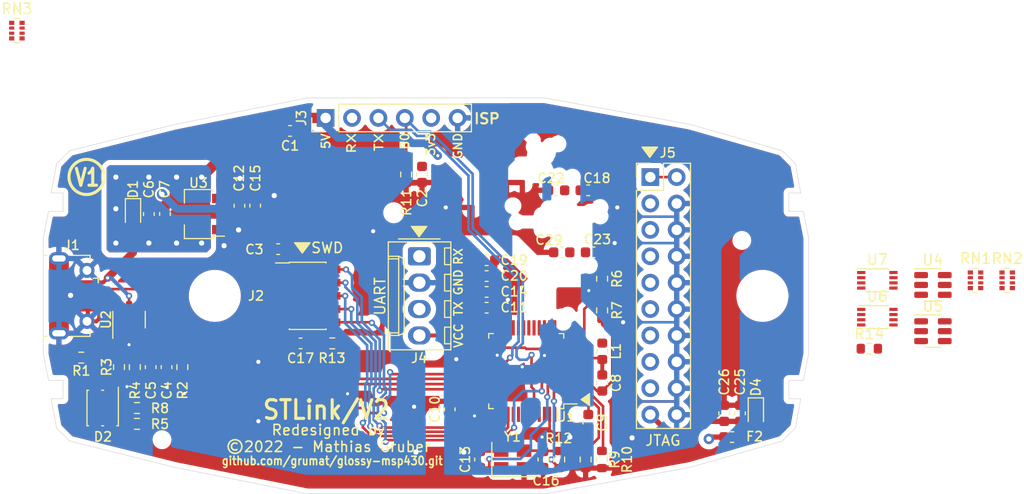
<source format=kicad_pcb>
(kicad_pcb (version 20211014) (generator pcbnew)
  (layers (0 "F.Cu" signal) (31 "B.Cu" signal) (35 "F.Paste" user) (37 "F.SilkS" user "F.Silkscreen") (38 "B.Mask" user) (39 "F.Mask" user) (44 "Edge.Cuts" user))
  (net 0 "")
  (net 1 "GND")
  (net 2 "+5V")
  (net 3 "+3V3")
  (net 4 "VBUS")
  (net 5 "/T3V3")
  (net 6 "Net-(J1-Pad4)")
  (net 7 "/NRST")
  (net 8 "/STM_NRST")
  (net 9 "Net-(C16-Pad1)")
  (net 10 "/SWO")
  (net 11 "/VREF2")
  (net 12 "/STM_TMS")
  (net 13 "/STM_TCK")
  (net 14 "/STM_TDO")
  (net 15 "/STM_TDI")
  (net 16 "Net-(D2-Pad1)")
  (net 17 "Net-(D2-Pad4)")
  (net 18 "Net-(R9-Pad2)")
  (net 19 "Net-(R10-Pad2)")
  (net 22 "/LED")
  (net 27 "GNDA")
  (net 28 "/OSC_IN")
  (net 29 "/OSC_OUT")
  (net 30 "/BOOT0")
  (net 33 "+3.3VA")
  (net 34 "/E_USB-")
  (net 35 "/E_USB+")
  (net 36 "/USB+")
  (net 37 "/USB-")
  (net 38 "/RXD")
  (net 41 "/TDO_SWO")
  (net 47 "VCC")
  (net 50 "/TTXD")
  (net 51 "/TRXD")
  (net 52 "/TCK_SWCLK")
  (net 53 "/TDI")
  (net 54 "/TRST")
  (net 55 "/TMS_SWDIO")
  (net 56 "/T_RXD")
  (net 57 "/T_TXD")
  (net 58 "/T_VCC")
  (net 59 "/T_TRST")
  (net 60 "/T_TDI")
  (net 61 "/T_TMS_SWDIO")
  (net 62 "/T_TCK_SWCLK")
  (net 63 "/T_TDO_SWO")
  (net 64 "/T_NRST")
  (net 65 "/TDO")
  (net 66 "/TMS")
  (footprint "Capacitor_SMD:C_0603_1608Metric" (layer "F.Cu") (at 75.2094 61.963 90)
    (fp_text reference "C7")
    (fp_text value "10uF")
  )
  (footprint "Capacitor_SMD:C_0603_1608Metric" (layer "F.Cu") (at 82.375 61.175 90)
    (fp_text reference "C12")
    (fp_text value "10uF")
  )
  (footprint "Connector_PinHeader_1.27mm:PinHeader_2x05_P1.27mm_Vertical_SMD" (layer "F.Cu") (at 88.945 69.85)
    (fp_text reference "J2")
    (fp_text value "SWD")
  )
  (footprint "Resistor_SMD:R_0603_1608Metric" (layer "F.Cu") (at 67.1576 75.7936)
    (fp_text reference "R1")
    (fp_text value "100K")
  )
  (footprint "Resistor_SMD:R_0603_1608Metric" (layer "F.Cu") (at 70.7898 76.708 -90)
    (fp_text reference "R3")
    (fp_text value "1K5")
  )
  (footprint "Resistor_SMD:R_0603_1608Metric" (layer "F.Cu") (at 72.3138 76.708 90)
    (fp_text reference "R4")
    (fp_text value "22")
  )
  (footprint "Resistor_SMD:R_0603_1608Metric" (layer "F.Cu") (at 76.8858 76.708 -90)
    (fp_text reference "R2")
    (fp_text value "22")
  )
  (footprint "Resistor_SMD:R_0603_1608Metric" (layer "F.Cu") (at 117.285 71.247 -90)
    (fp_text reference "R7")
    (fp_text value "4k7")
  )
  (footprint "Resistor_SMD:R_0603_1608Metric" (layer "F.Cu") (at 117.285 68.199 -90)
    (fp_text reference "R6")
    (fp_text value "4k7")
  )
  (footprint "Capacitor_SMD:C_0603_1608Metric" (layer "F.Cu") (at 73.66 61.976 90)
    (fp_text reference "C6")
    (fp_text value "100nF")
  )
  (footprint "Capacitor_SMD:C_0603_1608Metric" (layer "F.Cu") (at 117.2972 78.232 90)
    (fp_text reference "C8")
    (fp_text value "470nF")
  )
  (footprint "Capacitor_SMD:C_0603_1608Metric" (layer "F.Cu") (at 115.951 82.042 -90)
    (fp_text reference "C9")
    (fp_text value "100nF")
  )
  (footprint "Capacitor_SMD:C_0603_1608Metric" (layer "F.Cu") (at 102.616 80.772 90)
    (fp_text reference "C10")
    (fp_text value "100nF")
  )
  (footprint "Capacitor_SMD:C_0603_1608Metric" (layer "F.Cu") (at 106.172 70.993)
    (fp_text reference "C11")
    (fp_text value "100nF")
  )
  (footprint "Capacitor_SMD:C_0603_1608Metric" (layer "F.Cu") (at 106.172 69.469)
    (fp_text reference "C14")
    (fp_text value "10uF")
  )
  (footprint "MountingHole:MountingHole_4mm" (layer "F.Cu") (at 80.01 69.85)
    (fp_text reference "H1" hide)
    (fp_text value "MountingHole")
  )
  (footprint "MountingHole:MountingHole_4mm" (layer "F.Cu") (at 132.715 69.85)
    (fp_text reference "H2" hide)
    (fp_text value "MountingHole")
  )
  (footprint "Resistor_SMD:R_0603_1608Metric" (layer "F.Cu") (at 91.313 74.422)
    (fp_text reference "R13")
    (fp_text value "100K")
  )
  (footprint "Connector_PinHeader_2.54mm:PinHeader_1x06_P2.54mm_Vertical" (layer "F.Cu") (at 90.675 52.725 90)
    (fp_text reference "J3")
    (fp_text value "ISP")
  )
  (footprint "Capacitor_SMD:C_0603_1608Metric" (layer "F.Cu") (at 86.106 65.3542 180)
    (fp_text reference "C3")
    (fp_text value "100nF")
  )
  (footprint "Inductor_SMD:L_0603_1608Metric" (layer "F.Cu") (at 117.2972 75.184 -90)
    (fp_text reference "L1")
    (fp_text value "1k8")
  )
  (footprint "Package_TO_SOT_SMD:SOT-89-3" (layer "F.Cu") (at 78.74 61.975 180)
    (fp_text reference "U3")
    (fp_text value "HT7833")
  )
  (footprint "Capacitor_SMD:C_0603_1608Metric" (layer "F.Cu") (at 83.8962 61.1632 90)
    (fp_text reference "C15")
    (fp_text value "100nF")
  )
  (footprint "NetTie:NetTie-2_SMD_Pad0.5mm" (layer "F.Cu") (at 119.253 78.6892 -90)
    (fp_text reference "NT1" hide)
    (fp_text value "0" hide)
  )
  (footprint "Diode_SMD:D_0603_1608Metric" (layer "F.Cu") (at 72.136 61.976 -90)
    (fp_text reference "D1")
    (fp_text value "CDBURT0530LL")
  )
  (footprint "Capacitor_SMD:C_0603_1608Metric" (layer "F.Cu") (at 88.265 74.422 180)
    (fp_text reference "C17")
    (fp_text value "100nF")
  )
  (footprint "lib:USB_Micro-B_Molex-105017-0001-handsolder" (layer "F.Cu") (at 66.2447 69.85 -90)
    (fp_text reference "J1")
    (fp_text value "USB_B_Micro")
  )
  (footprint "Package_QFP:LQFP-48_7x7mm_P0.5mm" (layer "F.Cu") (at 109.982 77.089 180)
    (fp_text reference "U1")
    (fp_text value "STM32F103CBT6")
  )
  (footprint "Capacitor_SMD:C_0603_1608Metric" (layer "F.Cu") (at 99.949 58.166 -90)
    (fp_text reference "C2")
    (fp_text value "100nF")
  )
  (footprint "Resistor_SMD:R_0603_1608Metric" (layer "F.Cu") (at 113.157 85.598 -90)
    (fp_text reference "R12")
    (fp_text value "2k")
  )
  (footprint "Capacitor_SMD:C_0603_1608Metric" (layer "F.Cu") (at 105.537 85.598 90)
    (fp_text reference "C13")
    (fp_text value "20pF")
  )
  (footprint "Capacitor_SMD:C_0603_1608Metric" (layer "F.Cu") (at 111.633 85.598 -90)
    (fp_text reference "C16")
    (fp_text value "20pF")
  )
  (footprint "Crystal:Crystal_SMD_3225-4Pin_3.2x2.5mm" (layer "F.Cu") (at 108.669 85.598)
    (fp_text reference "Y1")
    (fp_text value "8MHz")
  )
  (footprint "Capacitor_SMD:C_0603_1608Metric" (layer "F.Cu") (at 73.8378 76.708 -90)
    (fp_text reference "C5")
    (fp_text value "12pF")
  )
  (footprint "Capacitor_SMD:C_0603_1608Metric" (layer "F.Cu") (at 75.3618 76.708 -90)
    (fp_text reference "C4")
    (fp_text value "12pF")
  )
  (footprint "Capacitor_SMD:C_0603_1608Metric" (layer "F.Cu") (at 87.249 53.975 180)
    (fp_text reference "C1")
    (fp_text value "100nF")
  )
  (footprint "Resistor_SMD:R_0603_1608Metric" (layer "F.Cu") (at 98.425 58.166 90)
    (fp_text reference "R11")
    (fp_text value "100K")
  )
  (footprint "Capacitor_SMD:C_0603_1608Metric" (layer "F.Cu") (at 116.459 65.659)
    (fp_text reference "C23")
    (fp_text value "100nF")
  )
  (footprint "Resistor_SMD:R_0603_1608Metric" (layer "F.Cu") (at 72.517 82.169 180)
    (fp_text reference "R5")
    (fp_text value "330")
  )
  (footprint "Capacitor_SMD:C_0603_1608Metric" (layer "F.Cu") (at 113.398 65.659)
    (fp_text reference "C29")
    (fp_text value "100nF")
  )
  (footprint "Capacitor_SMD:C_0603_1608Metric" (layer "F.Cu") (at 106.172 66.421)
    (fp_text reference "C19")
    (fp_text value "10uF")
  )
  (footprint "Resistor_SMD:R_0603_1608Metric" (layer "F.Cu") (at 143.002 74.93)
    (fp_text reference "R14")
    (fp_text value "10")
  )
  (footprint "Resistor_SMD:R_0603_1608Metric" (layer "F.Cu") (at 115.697 85.598 90)
    (fp_text reference "R9")
    (fp_text value "N/A")
  )
  (footprint "Resistor_SMD:R_0603_1608Metric" (layer "F.Cu") (at 72.517 80.645)
    (fp_text reference "R8")
    (fp_text value "330")
  )
  (footprint "Capacitor_SMD:C_0603_1608Metric" (layer "F.Cu") (at 130.556 81.153 -90)
    (fp_text reference "C25")
    (fp_text value "10uF")
  )
  (footprint "Connector_Molex:Molex_KK-254_AE-6410-04A_1x04_P2.54mm_Vertical" (layer "F.Cu") (at 99.695 66.04 -90)
    (fp_text reference "J4")
    (fp_text value "RS232")
  )
  (footprint "Resistor_SMD:R_Array_Convex_4x0402" (layer "F.Cu") (at 156.272 68.35)
    (fp_text reference "RN2")
    (fp_text value "22")
  )
  (footprint "Package_SO:VSSOP-8_2.3x2mm_P0.5mm" (layer "F.Cu") (at 143.772 71.9)
    (fp_text reference "U6")
    (fp_text value "74AVCH2T45DC,125")
  )
  (footprint "Capacitor_SMD:C_0603_1608Metric" (layer "F.Cu") (at 115.951 59.69)
    (fp_text reference "C18")
    (fp_text value "100nF")
  )
  (footprint "Package_SO:VSSOP-8_2.3x2mm_P0.5mm" (layer "F.Cu") (at 143.772 68.35)
    (fp_text reference "U7")
    (fp_text value "74AVCH2T45DC,125")
  )
  (footprint "Capacitor_SMD:C_0603_1608Metric" (layer "F.Cu") (at 129.032 81.153 90)
    (fp_text reference "C26")
    (fp_text value "100nF")
  )
  (footprint "Connector_PinHeader_2.54mm:PinHeader_2x10_P2.54mm_Vertical" (layer "F.Cu") (at 121.92 58.42)
    (fp_text reference "J5")
    (fp_text value "JTAG")
  )
  (footprint "Capacitor_SMD:C_0603_1608Metric" (layer "F.Cu") (at 106.172 67.945)
    (fp_text reference "C20")
    (fp_text value "100nF")
  )
  (footprint "Package_TO_SOT_SMD:SOT-23-6" (layer "F.Cu") (at 149.122 68.8)
    (fp_text reference "U4")
    (fp_text value "SRV05-4")
  )
  (footprint "Package_TO_SOT_SMD:SOT-23-6" (layer "F.Cu") (at 71.755 72.136 90)
    (fp_text reference "U2")
    (fp_text value "SRV05-4")
  )
  (footprint "Capacitor_SMD:C_0603_1608Metric" (layer "F.Cu") (at 112.903 59.69)
    (fp_text reference "C22")
    (fp_text value "100nF")
  )
  (footprint "Resistor_SMD:R_Array_Convex_4x0402" (layer "F.Cu") (at 60.96 44.323)
    (fp_text reference "RN3")
    (fp_text value "10k")
  )
  (footprint "Resistor_SMD:R_Array_Convex_4x0402" (layer "F.Cu") (at 153.222 68.35)
    (fp_text reference "RN1")
    (fp_text value "22")
  )
  (footprint "Diode_SMD:D_0603_1608Metric" (layer "F.Cu") (at 132.08 81.153 -90)
    (fp_text reference "D4")
    (fp_text value "82356050050")
  )
  (footprint "Package_TO_SOT_SMD:SOT-23-6" (layer "F.Cu") (at 149.122 73.25)
    (fp_text reference "U5")
    (fp_text value "SRV05-4")
  )
  (footprint "LED_SMD:LED_Kingbright_AAA3528ESGCT" (layer "F.Cu") (at 69.215 80.645 -90)
    (fp_text reference "D2")
    (fp_text value "150141RV731")
  )
  (footprint "Resistor_SMD:R_0603_1608Metric" (layer "F.Cu") (at 117.264 85.598 90)
    (fp_text reference "R10")
    (fp_text value "10K")
  )
  (footprint "Fuse:Fuse_0603_1608Metric" (layer "F.Cu") (at 129.794 83.439 180)
    (fp_text reference "F2")
    (fp_text value "Polyfuse")
  )
  (gr_poly (pts (xy 88.4304 65.7472) (xy 87.6684 64.7312) (xy 89.1924 64.7312)) (layer "F.SilkS") (width 0.1) (fill solid))
  (gr_poly (pts (xy 121.8692 56.5404) (xy 121.1072 55.5244) (xy 122.6312 55.5244)) (layer "F.SilkS") (width 0.1) (fill solid))
  (gr_poly (pts (xy 115.248 79.828) (xy 116.078 79.248) (xy 116.078 80.408)) (layer "F.SilkS") (width 0.1) (fill solid))
  (gr_circle (center 67.6656 58.404508) (end 69.357492 58.404508) (layer "F.SilkS") (width 0.3) (fill none))
  (gr_poly (pts (xy 99.67 64.175) (xy 98.908 63.159) (xy 100.432 63.159)) (layer "F.SilkS") (width 0.1) (fill solid))
  (gr_line (start 63.5 75.438) (end 63.5 64.262) (layer "Edge.Cuts") (width 0.05))
  (gr_line (start 125.73 53.34) (end 111.76 50.8) (layer "Edge.Cuts") (width 0.05))
  (gr_line (start 63.5 64.262) (end 64.008 61.722) (layer "Edge.Cuts") (width 0.05))
  (gr_line (start 64.008 77.978) (end 63.5 75.438) (layer "Edge.Cuts") (width 0.05))
  (gr_line (start 111.76 88.9) (end 125.73 86.36) (layer "Edge.Cuts") (width 0.05))
  (gr_line (start 88.9 88.9) (end 76.2 86.36) (layer "Edge.Cuts") (width 0.05))
  (gr_line (start 134.62 55.88) (end 125.73 53.34) (layer "Edge.Cuts") (width 0.05))
  (gr_line (start 125.73 86.36) (end 134.62 83.82) (layer "Edge.Cuts") (width 0.05))
  (gr_line (start 66.04 83.82) (end 64.77 82.55) (layer "Edge.Cuts") (width 0.05))
  (gr_line (start 134.62 83.82) (end 135.89 82.55) (layer "Edge.Cuts") (width 0.05))
  (gr_line (start 135.89 57.15) (end 134.62 55.88) (layer "Edge.Cuts") (width 0.05))
  (gr_line (start 66.04 55.88) (end 76.2 53.34) (layer "Edge.Cuts") (width 0.05))
  (gr_line (start 136.398 79.756) (end 135.89 82.55) (layer "Edge.Cuts") (width 0.05))
  (gr_line (start 64.262 59.944) (end 64.77 57.15) (layer "Edge.Cuts") (width 0.05))
  (gr_line (start 64.262 79.756) (end 64.77 82.55) (layer "Edge.Cuts") (width 0.05))
  (gr_line (start 135.89 57.15) (end 136.398 59.944) (layer "Edge.Cuts") (width 0.05))
  (gr_line (start 111.76 88.9) (end 88.9 88.9) (layer "Edge.Cuts") (width 0.05))
  (gr_line (start 64.77 57.15) (end 66.04 55.88) (layer "Edge.Cuts") (width 0.05))
  (gr_line (start 135.255 77.978) (end 135.255 79.756) (layer "Edge.Cuts") (width 0.05))
  (gr_line (start 137.16 64.262) (end 136.652 61.722) (layer "Edge.Cuts") (width 0.05))
  (gr_line (start 64.008 77.978) (end 65.405 77.978) (layer "Edge.Cuts") (width 0.05))
  (gr_line (start 136.652 61.722) (end 135.255 61.722) (layer "Edge.Cuts") (width 0.05))
  (gr_line (start 88.9 50.8) (end 76.2 53.34) (layer "Edge.Cuts") (width 0.05))
  (gr_line (start 65.405 61.722) (end 65.405 59.944) (layer "Edge.Cuts") (width 0.05))
  (gr_line (start 64.008 61.722) (end 65.405 61.722) (layer "Edge.Cuts") (width 0.05))
  (gr_line (start 135.255 61.722) (end 135.255 59.944) (layer "Edge.Cuts") (width 0.05))
  (gr_line (start 88.9 50.8) (end 111.76 50.8) (layer "Edge.Cuts") (width 0.05))
  (gr_line (start 136.652 77.978) (end 135.255 77.978) (layer "Edge.Cuts") (width 0.05))
  (gr_line (start 137.16 64.262) (end 137.16 75.438) (layer "Edge.Cuts") (width 0.05))
  (gr_line (start 65.405 79.756) (end 64.262 79.756) (layer "Edge.Cuts") (width 0.05))
  (gr_line (start 135.255 59.944) (end 136.398 59.944) (layer "Edge.Cuts") (width 0.05))
  (gr_line (start 65.405 59.944) (end 64.262 59.944) (layer "Edge.Cuts") (width 0.05))
  (gr_line (start 136.652 77.978) (end 137.16 75.438) (layer "Edge.Cuts") (width 0.05))
  (gr_line (start 76.2 86.36) (end 66.04 83.82) (layer "Edge.Cuts") (width 0.05))
  (gr_line (start 135.255 79.756) (end 136.398 79.756) (layer "Edge.Cuts") (width 0.05))
  (gr_line (start 65.405 77.978) (end 65.405 79.756) (layer "Edge.Cuts") (width 0.05))
  (gr_text "B0" (at 98.298 54.9656 90) (layer "F.SilkS") (effects (font (size 0.8128 0.8128) (thickness 0.1524))))
  (gr_text "3v3" (at 100.7872 55.2704 90) (layer "F.SilkS") (effects (font (size 0.8128 0.8128) (thickness 0.1524))))
  (gr_text "GND" (at 103.4 55.4228 90) (layer "F.SilkS") (effects (font (size 0.8128 0.8128) (thickness 0.1524))))
  (gr_text "RX" (at 93.1672 55.1688 90) (layer "F.SilkS") (effects (font (size 0.8128 1) (thickness 0.1524))))
  (gr_text "JTAG" (at 123.1392 83.7692) (layer "F.SilkS") (effects (font (size 1 1))))
  (gr_text "SWD" (at 90.8304 65.2272) (layer "F.SilkS") (effects (font (size 1 1))))
  (gr_text "UART" (at 95.9104 69.9008 90) (layer "F.SilkS") (effects (font (size 1 1))))
  (gr_text "STLink/V2" (at 84.4804 80.8228) (layer "F.SilkS") (effects (font (size 1.8 1.6) (thickness 0.3)) (justify left)))
  (gr_text "Redesigned by\n©2022 - Mathias Gruber" (at 90.932 83.566) (layer "F.SilkS") (effects (font (size 1 1))))
  (gr_text "RX" (at 103.44 66.06 90) (layer "F.SilkS") (effects (font (size 0.8128 0.8128) (thickness 0.1524))))
  (gr_text "GND" (at 103.44 68.54 90) (layer "F.SilkS") (effects (font (size 0.8128 0.8128) (thickness 0.1524))))
  (gr_text "TX" (at 103.45 71.09 90) (layer "F.SilkS") (effects (font (size 0.8128 0.8128) (thickness 0.1524))))
  (gr_text "VCC" (at 103.46 73.68 90) (layer "F.SilkS") (effects (font (size 0.8128 0.8128) (thickness 0.1524))))
  (gr_text "V1" (at 67.7156 58.462616) (layer "F.SilkS") (effects (font (size 1.6256 1.27) (thickness 0.3))))
  (gr_text "github.com/grumat/glossy-msp430.git" (at 91.313 85.725) (layer "F.SilkS") (effects (font (size 0.8128 0.7112) (thickness 0.1524))))
  (gr_text "5V" (at 90.7 54.9656 90) (layer "F.SilkS") (effects (font (size 0.8128 0.8128) (thickness 0.1524))))
  (gr_text "ISP" (at 106.2 52.8) (layer "F.SilkS") (effects (font (size 1 1) (thickness 0.2))))
  (gr_text "TX" (at 95.8 55.0672 90) (layer "F.SilkS") (effects (font (size 0.8128 1) (thickness 0.1524))))
  (segment (start 107.494 84.823) (end 107.569 84.748) (width 0.254) (layer "F.Cu") (net 1))
  (segment (start 68.6192 72.3) (end 67.7072 72.3) (width 0.381) (layer "F.Cu") (net 1))
  (segment (start 68.7116 71.15) (end 68.8848 71.3232) (width 0.381) (layer "F.Cu") (net 1))
  (segment (start 75.2094 61.188) (end 73.673 61.188) (width 0.508) (layer "F.Cu") (net 1))
  (segment (start 112.232 82.713) (end 111.506 83.439) (width 0.254) (layer "F.Cu") (net 1))
  (segment (start 68.8848 71.3232) (end 68.8848 72.0344) (width 0.381) (layer "F.Cu") (net 1))
  (segment (start 105.8195 79.339) (end 103.274 79.339) (width 0.254) (layer "F.Cu") (net 1))
  (segment (start 105.537 84.823) (end 107.494 84.823) (width 0.254) (layer "F.Cu") (net 1))
  (segment (start 77.089 79.248) (end 76.4906 79.8464) (width 0.381) (layer "F.Cu") (net 1))
  (segment (start 111.506 83.439) (end 108.878 83.439) (width 0.508) (layer "F.Cu") (net 1))
  (segment (start 72.0312 79.067) (end 71.5518 78.5876) (width 0.381) (layer "F.Cu") (net 1))
  (segment (start 105.8195 79.339) (end 106.9446 79.339) (width 0.254) (layer "F.Cu") (net 1))
  (segment (start 105.6386 81.407) (end 106.9446 80.101) (width 0.254) (layer "F.Cu") (net 1))
  (segment (start 124.333 80.01) (end 124.46 79.883) (width 0.254) (layer "F.Cu") (net 1))
  (segment (start 75.3618 77.483) (end 75.3618 78.6384) (width 0.381) (layer "F.Cu") (net 1))
  (segment (start 106.9446 79.339) (end 109.601 76.6826) (width 0.254) (layer "F.Cu") (net 1))
  (segment (start 67.7947 71.15) (end 68.7116 71.15) (width 0.381) (layer "F.Cu") (net 1))
  (segment (start 106.9446 80.101) (end 106.9446 79.339) (width 0.254) (layer "F.Cu") (net 1))
  (segment (start 111.558 86.448) (end 111.633 86.373) (width 0.381) (layer "F.Cu") (net 1))
  (segment (start 73.673 61.188) (end 73.66 61.201) (width 0.508) (layer "F.Cu") (net 1))
  (segment (start 73.8378 77.483) (end 75.3618 77.483) (width 0.381) (layer "F.Cu") (net 1))
  (segment (start 112.232 81.2515) (end 112.232 82.713) (width 0.254) (layer "F.Cu") (net 1))
  (segment (start 124.46 79.883) (end 124.46 78.74) (width 0.254) (layer "F.Cu") (net 1))
  (segment (start 114.808 82.804) (end 115.938 82.804) (width 0.381) (layer "F.Cu") (net 1))
  (segment (start 114.173 83.439) (end 114.808 82.804) (width 0.381) (layer "F.Cu") (net 1))
  (segment (start 114.173 83.439) (end 111.506 83.439) (width 0.508) (layer "F.Cu") (net 1))
  (segment (start 68.8848 72.0344) (end 68.6192 72.3) (width 0.381) (layer "F.Cu") (net 1))
  (segment (start 71.755 73.2735) (end 71.755 74.549) (width 0.254) (layer "F.Cu") (net 1))
  (segment (start 87.122 72.517) (end 86.995 72.39) (width 0.381) (layer "F.Cu") (net 1))
  (segment (start 107.732 72.9265) (end 107.732 71.846) (width 0.254) (layer "F.Cu") (net 1))
  (segment (start 75.2094 60.3504) (end 74.93 60.071) (width 0.508) (layer "F.Cu") (net 1))
  (segment (start 108.204 71.374) (end 108.204 70.231) (width 0.254) (layer "F.Cu") (net 1))
  (segment (start 105.0036 81.407) (end 105.6386 81.407) (width 0.254) (layer "F.Cu") (net 1))
  (segment (start 74.833742 79.8464) (end 74.054342 79.067) (width 0.381) (layer "F.Cu") (net 1))
  (segment (start 120.0738 80.01) (end 124.333 80.01) (width 0.254) (layer "F.Cu") (net 1))
  (segment (start 75.2094 61.188) (end 75.2094 60.3504) (width 0.508) (layer "F.Cu") (net 1))
  (segment (start 119.253 79.1892) (end 120.0738 80.01) (width 0.254) (layer "F.Cu") (net 1))
  (segment (start 76.4906 79.8464) (end 74.833742 79.8464) (width 0.381) (layer "F.Cu") (net 1))
  (segment (start 109.769 86.448) (end 111.558 86.448) (width 0.381) (layer "F.Cu") (net 1))
  (segment (start 103.274 79.339) (end 102.616 79.997) (width 0.254) (layer "F.Cu") (net 1))
  (segment (start 108.878 83.439) (end 107.569 84.748) (width 0.508) (layer "F.Cu") (net 1))
  (segment (start 107.732 71.846) (end 108.204 71.374) (width 0.254) (layer "F.Cu") (net 1))
  (segment (start 74.054342 79.067) (end 72.0312 79.067) (width 0.381) (layer "F.Cu") (net 1))
  (via (at 108.204 70.231) (size 0.8) (drill 0.4) (layers "F.Cu" "B.Cu") (net 1))
  (via (at 120.1674 83.5152) (size 1) (drill 0.5) (layers "F.Cu" "B.Cu") (net 1))
  (via (at 116.0018 69.342) (size 0.6) (drill 0.3) (layers "F.Cu" "B.Cu") (net 1))
  (via (at 111.7346 75.5904) (size 0.6) (drill 0.3) (layers "F.Cu" "B.Cu") (net 1))
  (via (at 109.601 76.6826) (size 0.6) (drill 0.3) (layers "F.Cu" "B.Cu") (net 1))
  (via (at 71.5518 78.5876) (size 0.6) (drill 0.3) (layers "F.Cu" "B.Cu") (net 1))
  (via (at 111.506 83.439) (size 0.6) (drill 0.3) (layers "F.Cu" "B.Cu") (net 1))
  (via (at 107.188 75.565) (size 0.6) (drill 0.3) (layers "F.Cu" "B.Cu") (net 1))
  (via (at 84.201 81.915) (size 0.8) (drill 0.4) (layers "F.Cu" "B.Cu") (net 1))
  (via (at 105.0036 81.407) (size 0.6) (drill 0.3) (layers "F.Cu" "B.Cu") (net 1))
  (via (at 92.7862 79.2734) (size 0.6) (drill 0.3) (layers "F.Cu" "B.Cu") (net 1))
  (via (at 71.755 74.549) (size 0.6) (drill 0.3) (layers "F.Cu" "B.Cu") (net 1))
  (via (at 99.187 80.518) (size 0.8) (drill 0.4) (layers "F.Cu" "B.Cu") (net 1))
  (via (at 74.93 60.071) (size 1) (drill 0.5) (layers "F.Cu" "B.Cu") (net 1))
  (via (at 119.3038 72.39) (size 0.8) (drill 0.4) (layers "F.Cu" "B.Cu") (net 1))
  (via (at 77.089 79.248) (size 0.6) (drill 0.3) (layers "F.Cu" "B.Cu") (net 1))
  (via (at 103.9622 84.8868) (size 1) (drill 0.5) (layers "F.Cu" "B.Cu") (net 1))
  (via (at 66.125 69.8) (size 1) (drill 0.5) (layers "F.Cu" "B.Cu") (net 1))
  (via (at 118.491 64.77) (size 0.8) (drill 0.4) (layers "F.Cu" "B.Cu") (net 1))
  (via (at 114.173 83.439) (size 1) (drill 0.5) (layers "F.Cu" "B.Cu") (net 1))
  (via (at 82.296 63.5) (size 1) (drill 0.5) (layers "F.Cu" "B.Cu") (net 1))
  (via (at 103.251 75.946) (size 0.8) (drill 0.4) (layers "F.Cu" "B.Cu") (net 1))
  (via (at 85.725 60.198) (size 1) (drill 0.5) (layers "F.Cu" "B.Cu") (net 1))
  (via (at 99.3648 84.8868) (size 1) (drill 0.5) (layers "F.Cu" "B.Cu") (net 1))
  (via (at 102.235 61.341) (size 0.8) (drill 0.4) (layers "F.Cu" "B.Cu") (net 1))
  (via (at 80.899 65.024) (size 1) (drill 0.5) (layers "F.Cu" "B.Cu") (net 1))
  (via (at 82.423 58.547) (size 1) (drill 0.5) (layers "F.Cu" "B.Cu") (net 1))
  (via (at 84.201 76.2) (size 0.8) (drill 0.4) (layers "F.Cu" "B.Cu") (net 1))
  (via (at 95.25 63.627) (size 0.8) (drill 0.4) (layers "F.Cu" "B.Cu") (net 1))
  (via (at 118.745 61.341) (size 0.8) (drill 0.4) (layers "F.Cu" "B.Cu") (net 1))
  (via (at 75.3618 78.6384) (size 0.6) (drill 0.3) (layers "F.Cu" "B.Cu") (net 1))
  (segment (start 109.601 76.6826) (end 108.3056 76.6826) (width 0.381) (layer "B.Cu") (net 1))
  (segment (start 120.1674 80.2894) (end 120.4468 80.01) (width 0.254) (layer "B.Cu") (net 1))
  (segment (start 124.46 64.8716) (end 124.46 66.04) (width 0.254) (layer "B.Cu") (net 1))
  (segment (start 119.3038 72.39) (end 124.3838 72.39) (width 0.254) (layer "B.Cu") (net 1))
  (segment (start 120.1674 83.5152) (end 120.1674 80.2894) (width 0.254) (layer "B.Cu") (net 1))
  (segment (start 124.3584 64.77) (end 124.46 64.8716) (width 0.254) (layer "B.Cu") (net 1))
  (segment (start 120.4468 80.01) (end 124.4346 80.01) (width 0.254) (layer "B.Cu") (net 1))
  (segment (start 124.46 62.103) (end 124.46 60.96) (width 0.254) (layer "B.Cu") (net 1))
  (segment (start 108.3056 76.6826) (end 107.188 75.565) (width 0.381) (layer "B.Cu") (net 1))
  (segment (start 124.4346 80.01) (end 124.46 79.9846) (width 0.254) (layer "B.Cu") (net 1))
  (segment (start 124.333 62.23) (end 124.46 62.103) (width 0.254) (layer "B.Cu") (net 1))
  (segment (start 124.46 79.9846) (end 124.46 78.74) (width 0.254) (layer "B.Cu") (net 1))
  (segment (start 111.7346 75.5904) (end 110.6424 76.6826) (width 0.381) (layer "B.Cu") (net 1))
  (segment (start 118.491 64.77) (end 124.3584 64.77) (width 0.254) (layer "B.Cu") (net 1))
  (segment (start 80.264 61.468) (end 82.296 63.5) (width 0.75) (layer "B.Cu") (net 1))
  (segment (start 124.46 72.4662) (end 124.46 73.66) (width 0.254) (layer "B.Cu") (net 1))
  (segment (start 76.327 61.468) (end 80.264 61.468) (width 0.75) (layer "B.Cu") (net 1))
  (segment (start 118.745 61.341) (end 119.634 62.23) (width 0.254) (layer "B.Cu") (net 1))
  (segment (start 110.6424 76.6826) (end 109.601 76.6826) (width 0.381) (layer "B.Cu") (net 1))
  (segment (start 119.634 62.23) (end 124.333 62.23) (width 0.254) (layer "B.Cu") (net 1))
  (segment (start 124.3838 72.39) (end 124.46 72.4662) (width 0.254) (layer "B.Cu") (net 1))
  (segment (start 74.93 60.071) (end 76.327 61.468) (width 0.75) (layer "B.Cu") (net 1))
  (segment (start 72.136 61.1885) (end 72.136 61.227) (width 0.508) (layer "F.Cu") (net 2))
  (segment (start 88.031 52.725) (end 90.675 52.725) (width 1) (layer "F.Cu") (net 2))
  (segment (start 78.74 58.42) (end 84.435 52.725) (width 1) (layer "F.Cu") (net 2))
  (segment (start 88.024 53.975) (end 88.024 52.732) (width 0.508) (layer "F.Cu") (net 2))
  (segment (start 84.435 52.725) (end 88.031 52.725) (width 1) (layer "F.Cu") (net 2))
  (segment (start 73.66 62.751) (end 75.1964 62.751) (width 0.508) (layer "F.Cu") (net 2))
  (segment (start 75.1964 62.751) (end 75.2094 62.738) (width 0.508) (layer "F.Cu") (net 2))
  (segment (start 72.136 61.227) (end 73.66 62.751) (width 0.508) (layer "F.Cu") (net 2))
  (segment (start 80.3025 61.975) (end 77.09 61.975) (width 0.75) (layer "F.Cu") (net 2))
  (segment (start 88.024 52.732) (end 88.031 52.725) (width 0.508) (layer "F.Cu") (net 2))
  (via (at 78.74 64.77) (size 1) (drill 0.5) (layers "F.Cu" "B.Cu") (net 2))
  (via (at 101.473 56.3626) (size 0.8) (drill 0.3) (layers "F.Cu" "B.Cu") (net 2))
  (via (at 78.74 58.42) (size 1) (drill 0.5) (layers "F.Cu" "B.Cu") (net 2))
  (via (at 76.327 58.42) (size 1) (drill 0.5) (layers "F.Cu" "B.Cu") (net 2))
  (via (at 70.485 61.468) (size 1) (drill 0.5) (layers "F.Cu" "B.Cu") (net 2))
  (via (at 73.66 64.77) (size 1) (drill 0.5) (layers "F.Cu" "B.Cu") (net 2))
  (via (at 70.485 64.77) (size 1) (drill 0.5) (layers "F.Cu" "B.Cu") (net 2))
  (via (at 70.485 58.42) (size 1) (drill 0.5) (layers "F.Cu" "B.Cu") (net 2))
  (via (at 73.66 58.42) (size 1) (drill 0.5) (layers "F.Cu" "B.Cu") (net 2))
  (via (at 76.327 64.77) (size 1) (drill 0.5) (layers "F.Cu" "B.Cu") (net 2))
  (segment (start 90.675 53.464) (end 91.8464 54.6354) (width 0.75) (layer "B.Cu") (net 2))
  (segment (start 91.8464 54.6354) (end 98.4758 54.6354) (width 0.75) (layer "B.Cu") (net 2))
  (segment (start 100.2676 55.1572) (end 98.9976 55.1572) (width 0.75) (layer "B.Cu") (net 2))
  (segment (start 101.473 56.3626) (end 100.2676 55.1572) (width 0.75) (layer "B.Cu") (net 2))
  (segment (start 98.4758 54.6354) (end 98.9976 55.1572) (width 0.75) (layer "B.Cu") (net 2))
  (segment (start 90.675 52.725) (end 90.675 53.464) (width 0.75) (layer "B.Cu") (net 2))
  (segment (start 69.94 81.1414) (end 69.6976 80.899) (width 0.381) (layer "F.Cu") (net 3))
  (segment (start 105.397 71.107) (end 105.397 70.993) (width 0.254) (layer "F.Cu") (net 3))
  (segment (start 115.9764 80.391) (end 115.9764 81.2416) (width 0.254) (layer "F.Cu") (net 3))
  (segment (start 105.8127 79.8322) (end 104.3308 79.8322) (width 0.254) (layer "F.Cu") (net 3))
  (segment (start 115.4244 79.839) (end 115.9764 80.391) (width 0.254) (layer "F.Cu") (net 3))
  (segment (start 69.94 82.045) (end 69.94 81.1414) (width 0.381) (layer "F.Cu") (net 3))
  (segment (start 86.881 67.196) (end 86.995 67.31) (width 0.508) (layer "F.Cu") (net 3))
  (segment (start 105.397 69.469) (end 105.397 70.993) (width 0.381) (layer "F.Cu") (net 3))
  (segment (start 80.39 60.475) (end 80.9 60.475) (width 0.508) (layer "F.Cu") (net 3))
  (segment (start 82.375 61.95) (end 83.8844 61.95) (width 0.508) (layer "F.Cu") (net 3))
  (segment (start 67.9704 78.105) (end 70.2178 78.105) (width 0.381) (layer "F.Cu") (net 3))
  (segment (start 67.5132 80.3656) (end 67.5132 78.5622) (width 0.381) (layer "F.Cu") (net 3))
  (segment (start 107.232 71.926) (end 107.188 71.882) (width 0.254) (layer "F.Cu") (net 3))
  (segment (start 106.172 71.882) (end 105.397 71.107) (width 0.254) (layer "F.Cu") (net 3))
  (segment (start 114.1445 79.839) (end 115.4244 79.839) (width 0.254) (layer "F.Cu") (net 3))
  (segment (start 107.188 71.882) (end 106.172 71.882) (width 0.254) (layer "F.Cu") (net 3))
  (segment (start 107.232 72.9265) (end 107.232 71.926) (width 0.254) (layer "F.Cu") (net 3))
  (segment (start 80.9 60.475) (end 82.375 61.95) (width 0.508) (layer "F.Cu") (net 3))
  (segment (start 105.8195 79.839) (end 105.8127 79.8322) (width 0.254) (layer "F.Cu") (net 3))
  (segment (start 127.7366 83.439) (end 127.5588 83.6168) (width 0.508) (layer "F.Cu") (net 3))
  (segment (start 83.8844 61.95) (end 83.8962 61.9382) (width 0.508) (layer "F.Cu") (net 3))
  (segment (start 129.0065 83.439) (end 127.7366 83.439) (width 0.508) (layer "F.Cu") (net 3))
  (segment (start 67.5132 78.5622) (end 67.9704 78.105) (width 0.381) (layer "F.Cu") (net 3))
  (segment (start 69.6976 80.899) (end 68.0466 80.899) (width 0.381) (layer "F.Cu") (net 3))
  (segment (start 86.881 65.3542) (end 86.881 67.196) (width 0.508) (layer "F.Cu") (net 3))
  (segment (start 70.2178 78.105) (end 70.7898 77.533) (width 0.381) (layer "F.Cu") (net 3))
  (segment (start 104.3308 79.8322) (end 102.616 81.547) (width 0.254) (layer "F.Cu") (net 3))
  (segment (start 115.9764 81.2416) (end 115.951 81.267) (width 0.254) (layer "F.Cu") (net 3))
  (segment (start 68.0466 80.899) (end 67.5132 80.3656) (width 0.381) (layer "F.Cu") (net 3))
  (via (at 127.5588 83.6168) (size 1) (drill 0.5) (layers "F.Cu" "B.Cu") (net 3))
  (segment (start 67.7947 68.55) (end 69.2704 68.55) (width 0.381) (layer "F.Cu") (net 4))
  (segment (start 69.2704 68.55) (end 69.6976 68.1228) (width 0.381) (layer "F.Cu") (net 4))
  (segment (start 71.755 70.9985) (end 71.755 69.85) (width 0.254) (layer "F.Cu") (net 4))
  (segment (start 69.6976 68.1228) (end 72.136 65.6844) (width 0.75) (layer "F.Cu") (net 4))
  (segment (start 72.136 65.6844) (end 72.136 62.7635) (width 0.75) (layer "F.Cu") (net 4))
  (via (at 71.755 69.85) (size 0.6) (drill 0.3) (layers "F.Cu" "B.Cu") (net 4))
  (via (at 69.6976 68.1228) (size 0.6) (drill 0.3) (layers "F.Cu" "B.Cu") (net 4))
  (segment (start 70.0278 68.1228) (end 71.755 69.85) (width 0.381) (layer "B.Cu") (net 4))
  (segment (start 69.6976 68.1228) (end 70.0278 68.1228) (width 0.381) (layer "B.Cu") (net 4))
  (segment (start 130.556 81.928) (end 130.556 83.4135) (width 0.508) (layer "F.Cu") (net 5))
  (segment (start 129.032 81.928) (end 130.556 81.928) (width 0.508) (layer "F.Cu") (net 5))
  (segment (start 130.556 83.4135) (end 130.5815 83.439) (width 0.508) (layer "F.Cu") (net 5))
  (segment (start 132.0675 81.928) (end 132.08 81.9405) (width 0.508) (layer "F.Cu") (net 5))
  (segment (start 123.4948 82.8548) (end 126.4412 82.8548) (width 0.508) (layer "F.Cu") (net 5))
  (segment (start 121.92 81.28) (end 123.4948 82.8548) (width 0.508) (layer "F.Cu") (net 5))
  (segment (start 126.4412 82.8548) (end 127.368 81.928) (width 0.508) (layer "F.Cu") (net 5))
  (segment (start 130.556 81.928) (end 132.0675 81.928) (width 0.508) (layer "F.Cu") (net 5))
  (segment (start 127.368 81.928) (end 129.032 81.928) (width 0.508) (layer "F.Cu") (net 5))
  (segment (start 68.7714 70.5) (end 69.4436 71.1722) (width 0.254) (layer "F.Cu") (net 6))
  (segment (start 69.4436 71.1722) (end 69.4436 75.4888) (width 0.254) (layer "F.Cu") (net 6))
  (segment (start 69.4436 75.4888) (end 69.1388 75.7936) (width 0.254) (layer "F.Cu") (net 6))
  (segment (start 67.7947 70.5) (end 68.7714 70.5) (width 0.254) (layer "F.Cu") (net 6))
  (segment (start 69.1388 75.7936) (end 67.9826 75.7936) (width 0.254) (layer "F.Cu") (net 6))
  (segment (start 111.4806 78.2574) (end 112.899 76.839) (width 0.254) (layer "F.Cu") (net 8))
  (segment (start 111.4806 79.0194) (end 111.4806 78.2574) (width 0.254) (layer "F.Cu") (net 8))
  (segment (start 112.899 76.839) (end 114.1445 76.839) (width 0.254) (layer "F.Cu") (net 8))
  (segment (start 95.0722 72.39) (end 90.895 72.39) (width 0.254) (layer "F.Cu") (net 8))
  (segment (start 107.6016 83.7366) (end 108.8136 82.5246) (width 0.254) (layer "F.Cu") (net 8))
  (segment (start 90.895 74.015) (end 90.488 74.422) (width 0.254) (layer "F.Cu") (net 8))
  (segment (start 96.4438 83.9091) (end 96.6163 83.7366) (width 0.254) (layer "F.Cu") (net 8))
  (segment (start 89.04 74.422) (end 90.488 74.422) (width 0.254) (layer "F.Cu") (net 8))
  (segment (start 96.6163 83.7366) (end 107.6016 83.7366) (width 0.254) (layer "F.Cu") (net 8))
  (segment (start 95.123 72.4408) (end 95.0722 72.39) (width 0.254) (layer "F.Cu") (net 8))
  (segment (start 90.895 72.39) (end 90.895 74.015) (width 0.254) (layer "F.Cu") (net 8))
  (via (at 96.4438 83.9091) (size 0.6) (drill 0.3) (layers "F.Cu" "B.Cu") (net 8))
  (via (at 111.4806 79.0194) (size 0.6) (drill 0.3) (layers "F.Cu" "B.Cu") (net 8))
  (via (at 95.123 72.4408) (size 0.6) (drill 0.3) (layers "F.Cu" "B.Cu") (net 8))
  (via (at 108.8136 82.5246) (size 0.6) (drill 0.3) (layers "F.Cu" "B.Cu") (net 8))
  (segment (start 96.289 78.553498) (end 96.462 78.726498) (width 0.254) (layer "B.Cu") (net 8))
  (segment (start 96.289 73.6068) (end 96.289 78.553498) (width 0.254) (layer "B.Cu") (net 8))
  (segment (start 96.462 79.204502) (end 95.7048 79.961702) (width 0.254) (layer "B.Cu") (net 8))
  (segment (start 109.6772 79.0194) (end 111.4806 79.0194) (width 0.254) (layer "B.Cu") (net 8))
  (segment (start 108.8136 82.5246) (end 108.8136 79.883) (width 0.254) (layer "B.Cu") (net 8))
  (segment (start 95.7048 81.375998) (end 96.4366 82.107798) (width 0.254) (layer "B.Cu") (net 8))
  (segment (start 96.4366 82.107798) (end 96.4366 83.9019) (width 0.254) (layer "B.Cu") (net 8))
  (segment (start 108.8136 79.883) (end 109.6772 79.0194) (width 0.254) (layer "B.Cu") (net 8))
  (segment (start 95.123 72.4408) (end 96.289 73.6068) (width 0.254) (layer "B.Cu") (net 8))
  (segment (start 96.462 78.726498) (end 96.462 79.204502) (width 0.254) (layer "B.Cu") (net 8))
  (segment (start 96.4366 83.9019) (end 96.4438 83.9091) (width 0.254) (layer "B.Cu") (net 8))
  (segment (start 95.7048 79.961702) (end 95.7048 81.375998) (width 0.254) (layer "B.Cu") (net 8))
  (segment (start 109.769 84.748) (end 111.558 84.748) (width 0.254) (layer "F.Cu") (net 9))
  (segment (start 111.683 84.773) (end 111.633 84.823) (width 0.254) (layer "F.Cu") (net 9))
  (segment (start 113.157 84.773) (end 111.683 84.773) (width 0.254) (layer "F.Cu") (net 9))
  (segment (start 111.558 84.748) (end 111.633 84.823) (width 0.254) (layer "F.Cu") (net 9))
  (segment (start 115.034 75.339) (end 114.1445 75.339) (width 0.254) (layer "F.Cu") (net 11))
  (segment (start 116.268 70.422) (end 115.57 71.12) (width 0.254) (layer "F.Cu") (net 11))
  (segment (start 115.57 74.803) (end 115.034 75.339) (width 0.254) (layer "F.Cu") (net 11))
  (segment (start 117.285 70.422) (end 116.268 70.422) (width 0.254) (layer "F.Cu") (net 11))
  (segment (start 117.285 69.024) (end 117.285 70.422) (width 0.254) (layer "F.Cu") (net 11))
  (segment (start 115.57 71.12) (end 115.57 74.803) (width 0.254) (layer "F.Cu") (net 11))
  (segment (start 96.0115 78.839) (end 95.885 78.9655) (width 0.254) (layer "F.Cu") (net 12))
  (segment (start 90.895 67.31) (end 92.6338 67.31) (width 0.254) (layer "F.Cu") (net 12))
  (segment (start 105.8195 78.839) (end 96.0115 78.839) (width 0.254) (layer "F.Cu") (net 12))
  (via (at 95.885 78.9655) (size 0.6) (drill 0.3) (layers "F.Cu" "B.Cu") (net 12))
  (via (at 92.6338 67.31) (size 0.6) (drill 0.3) (layers "F.Cu" "B.Cu") (net 12))
  (segment (start 94.1578 69.977) (end 94.1578 72.326658) (width 0.254) (layer "B.Cu") (net 12))
  (segment (start 92.6338 67.31) (end 93.218 67.8942) (width 0.254) (layer "B.Cu") (net 12))
  (segment (start 93.218 67.8942) (end 93.218 69.0372) (width 0.254) (layer "B.Cu") (net 12))
  (segment (start 93.218 69.0372) (end 94.1578 69.977) (width 0.254) (layer "B.Cu") (net 12))
  (segment (start 95.885 74.053858) (end 95.885 78.9655) (width 0.254) (layer "B.Cu") (net 12))
  (segment (start 94.1578 72.326658) (end 95.885 74.053858) (width 0.254) (layer "B.Cu") (net 12))
  (segment (start 107.061 82.5246) (end 107.232 82.3536) (width 0.254) (layer "F.Cu") (net 13))
  (segment (start 107.232 82.3536) (end 107.232 81.2515) (width 0.254) (layer "F.Cu") (net 13))
  (segment (start 96.012 82.5246) (end 107.061 82.5246) (width 0.254) (layer "F.Cu") (net 13))
  (segment (start 92.583 68.58) (end 90.895 68.58) (width 0.254) (layer "F.Cu") (net 13))
  (segment (start 95.8596 82.3468) (end 96.012 82.5246) (width 0.254) (layer "F.Cu") (net 13))
  (via (at 95.8596 82.3468) (size 0.6) (drill 0.3) (layers "F.Cu" "B.Cu") (net 13))
  (via (at 92.583 68.58) (size 0.6) (drill 0.3) (layers "F.Cu" "B.Cu") (net 13))
  (segment (start 92.583 69.0118) (end 93.726 70.1548) (width 0.254) (layer "B.Cu") (net 13))
  (segment (start 95.3008 78.733698) (end 95.3008 81.788) (width 0.254) (layer "B.Cu") (net 13))
  (segment (start 93.726 70.1548) (end 93.726 72.4662) (width 0.254) (layer "B.Cu") (net 13))
  (segment (start 93.726 72.4662) (end 95.481 74.2212) (width 0.254) (layer "B.Cu") (net 13))
  (segment (start 92.583 68.58) (end 92.583 69.0118) (width 0.254) (layer "B.Cu") (net 13))
  (segment (start 95.481 78.553498) (end 95.3008 78.733698) (width 0.254) (layer "B.Cu") (net 13))
  (segment (start 95.3008 81.788) (end 95.8596 82.3468) (width 0.254) (layer "B.Cu") (net 13))
  (segment (start 95.481 74.2212) (end 95.481 78.553498) (width 0.254) (layer "B.Cu") (net 13))
  (segment (start 107.395684 83.3326) (end 95.089598 83.3326) (width 0.254) (layer "F.Cu") (net 14))
  (segment (start 108.232 82.496284) (end 107.395684 83.3326) (width 0.254) (layer "F.Cu") (net 14))
  (segment (start 94.2594 82.502402) (end 94.2594 82.0674) (width 0.254) (layer "F.Cu") (net 14))
  (segment (start 95.089598 83.3326) (end 94.2594 82.502402) (width 0.254) (layer "F.Cu") (net 14))
  (segment (start 92.5576 69.85) (end 90.895 69.85) (width 0.254) (layer "F.Cu") (net 14))
  (segment (start 108.232 81.2515) (end 108.232 82.496284) (width 0.254) (layer "F.Cu") (net 14))
  (via (at 92.5576 69.85) (size 0.6) (drill 0.3) (layers "F.Cu" "B.Cu") (net 14))
  (via (at 94.2594 82.0674) (size 0.6) (drill 0.3) (layers "F.Cu" "B.Cu") (net 14))
  (segment (start 94.4928 81.834) (end 94.2594 82.0674) (width 0.254) (layer "B.Cu") (net 14))
  (segment (start 92.5576 72.4916) (end 94.673 74.607) (width 0.254) (layer "B.Cu") (net 14))
  (segment (start 94.673 74.607) (end 94.673 78.136058) (width 0.254) (layer "B.Cu") (net 14))
  (segment (start 92.5576 69.85) (end 92.5576 72.4916) (width 0.254) (layer "B.Cu") (net 14))
  (segment (start 94.673 78.136058) (end 94.4928 78.316258) (width 0.254) (layer "B.Cu") (net 14))
  (segment (start 94.4928 78.316258) (end 94.4928 81.834) (width 0.254) (layer "B.Cu") (net 14))
  (segment (start 93.1418 71.12) (end 90.895 71.12) (width 0.254) (layer "F.Cu") (net 15))
  (segment (start 107.228342 82.9286) (end 95.5016 82.9286) (width 0.254) (layer "F.Cu") (net 15))
  (segment (start 95.5016 82.9286) (end 94.9706 82.3976) (width 0.254) (layer "F.Cu") (net 15))
  (segment (start 107.732 81.2515) (end 107.732 82.424942) (width 0.254) (layer "F.Cu") (net 15))
  (segment (start 107.732 82.424942) (end 107.228342 82.9286) (width 0.254) (layer "F.Cu") (net 15))
  (via (at 93.1418 71.12) (size 0.6) (drill 0.3) (layers "F.Cu" "B.Cu") (net 15))
  (via (at 94.9706 82.3976) (size 0.6) (drill 0.3) (layers "F.Cu" "B.Cu") (net 15))
  (segment (start 95.077 78.3034) (end 94.8968 78.4836) (width 0.254) (layer "B.Cu") (net 15))
  (segment (start 93.1418 71.12) (end 93.1418 72.504458) (width 0.254) (layer "B.Cu") (net 15))
  (segment (start 93.1418 72.504458) (end 95.077 74.439658) (width 0.254) (layer "B.Cu") (net 15))
  (segment (start 94.8968 78.4836) (end 94.8968 82.3238) (width 0.254) (layer "B.Cu") (net 15))
  (segment (start 95.077 74.439658) (end 95.077 78.3034) (width 0.254) (layer "B.Cu") (net 15))
  (segment (start 94.8968 82.3238) (end 94.9706 82.3976) (width 0.254) (layer "B.Cu") (net 15))
  (segment (start 69.94 79.245) (end 70.292 79.245) (width 0.254) (layer "F.Cu") (net 16))
  (segment (start 70.292 79.245) (end 71.692 80.645) (width 0.254) (layer "F.Cu") (net 16))
  (segment (start 68.8213 80.2513) (end 70.4469 80.2513) (width 0.254) (layer "F.Cu") (net 17))
  (segment (start 70.9742 81.4512) (end 71.692 82.169) (width 0.254) (layer "F.Cu") (net 17))
  (segment (start 68.49 79.92) (end 68.8213 80.2513) (width 0.254) (layer "F.Cu") (net 17))
  (segment (start 70.4469 80.2513) (end 70.9742 80.7786) (width 0.254) (layer "F.Cu") (net 17))
  (segment (start 70.9742 80.7786) (end 70.9742 81.4512) (width 0.254) (layer "F.Cu") (net 17))
  (segment (start 68.49 79.245) (end 68.49 79.92) (width 0.254) (layer "F.Cu") (net 17))
  (segment (start 115.661 79.339) (end 116.967 80.645) (width 0.254) (layer "F.Cu") (net 18))
  (segment (start 114.1445 79.339) (end 115.661 79.339) (width 0.254) (layer "F.Cu") (net 18))
  (segment (start 116.967 83.503) (end 115.697 84.773) (width 0.254) (layer "F.Cu") (net 18))
  (segment (start 116.967 80.645) (end 116.967 83.503) (width 0.254) (layer "F.Cu") (net 18))
  (segment (start 117.371 84.666) (end 117.264 84.773) (width 0.254) (layer "F.Cu") (net 19))
  (segment (start 115.732342 78.839) (end 117.371 80.477658) (width 0.254) (layer "F.Cu") (net 19))
  (segment (start 117.371 80.477658) (end 117.371 84.666) (width 0.254) (layer "F.Cu") (net 19))
  (segment (start 114.1445 78.839) (end 115.732342 78.839) (width 0.254) (layer "F.Cu") (net 19))
  (segment (start 73.342 80.645) (end 73.342 82.169) (width 0.254) (layer "F.Cu") (net 22))
  (segment (start 108.419815 75.806215) (end 108.419815 75.831785) (width 0.254) (layer "F.Cu") (net 22))
  (segment (start 73.342 80.645) (end 94.4118 80.645) (width 0.254) (layer "F.Cu") (net 22))
  (segment (start 94.8944 81.1276) (end 96.2914 81.1276) (width 0.254) (layer "F.Cu") (net 22))
  (segment (start 108.419815 75.831785) (end 107.4126 76.839) (width 0.254) (layer "F.Cu") (net 22))
  (segment (start 104.3178 77.385) (end 97.07 77.385) (width 0.254) (layer "F.Cu") (net 22))
  (segment (start 104.8638 76.839) (end 104.3178 77.385) (width 0.254) (layer "F.Cu") (net 22))
  (segment (start 97.07 77.385) (end 96.8756 77.1906) (width 0.254) (layer "F.Cu") (net 22))
  (segment (start 94.4118 80.645) (end 94.8944 81.1276) (width 0.254) (layer "F.Cu") (net 22))
  (segment (start 107.4126 76.839) (end 105.8195 76.839) (width 0.254) (layer "F.Cu") (net 22))
  (segment (start 105.8195 76.839) (end 104.8638 76.839) (width 0.254) (layer "F.Cu") (net 22))
  (via (at 96.8756 77.1906) (size 0.6) (drill 0.3) (layers "F.Cu" "B.Cu") (net 22))
  (via (at 96.2914 81.1276) (size 0.6) (drill 0.3) (layers "F.Cu" "B.Cu") (net 22))
  (via (at 108.419815 75.806215) (size 0.6) (drill 0.3) (layers "F.Cu" "B.Cu") (net 22))
  (segment (start 108.644826 74.857632) (end 108.644826 75.581204) (width 0.254) (layer "B.Cu") (net 22))
  (segment (start 95.755 52.725) (end 96.9034 53.8734) (width 0.254) (layer "B.Cu") (net 22))
  (segment (start 108.644826 75.581204) (end 108.419815 75.806215) (width 0.254) (layer "B.Cu") (net 22))
  (segment (start 99.453858 54.4552) (end 100.593734 54.4552) (width 0.254) (layer "B.Cu") (net 22))
  (segment (start 96.2914 81.1276) (end 96.2914 80.01) (width 0.254) (layer "B.Cu") (net 22))
  (segment (start 104.4218 58.283266) (end 104.4218 63.489542) (width 0.254) (layer "B.Cu") (net 22))
  (segment (start 100.593734 54.4552) (end 104.4218 58.283266) (width 0.254) (layer "B.Cu") (net 22))
  (segment (start 98.872058 53.8734) (end 99.453858 54.4552) (width 0.254) (layer "B.Cu") (net 22))
  (segment (start 96.2914 80.01) (end 96.8756 79.4258) (width 0.254) (layer "B.Cu") (net 22))
  (segment (start 109.2445 68.312242) (end 109.2445 74.257958) (width 0.254) (layer "B.Cu") (net 22))
  (segment (start 109.2445 74.257958) (end 108.644826 74.857632) (width 0.254) (layer "B.Cu") (net 22))
  (segment (start 96.8756 79.4258) (end 96.8756 77.1906) (width 0.254) (layer "B.Cu") (net 22))
  (segment (start 104.4218 63.489542) (end 109.2445 68.312242) (width 0.254) (layer "B.Cu") (net 22))
  (segment (start 96.9034 53.8734) (end 98.872058 53.8734) (width 0.254) (layer "B.Cu") (net 22))
  (segment (start 116.078 77.1652) (end 116.078 78.2828) (width 0.254) (layer "F.Cu") (net 27))
  (segment (start 117.285 72.072) (end 117.285 72.6064) (width 0.254) (layer "F.Cu") (net 27))
  (segment (start 118.4098 78.1892) (end 118.2624 78.0418) (width 0.254) (layer "F.Cu") (net 27))
  (segment (start 116.8022 79.007) (end 117.2972 79.007) (width 0.254) (layer "F.Cu") (net 27))
  (segment (start 116.078 78.2828) (end 116.8022 79.007) (width 0.254) (layer "F.Cu") (net 27))
  (segment (start 119.253 78.1892) (end 118.4098 78.1892) (width 0.254) (layer "F.Cu") (net 27))
  (segment (start 118.2624 78.0418) (end 117.2972 79.007) (width 0.254) (layer "F.Cu") (net 27))
  (segment (start 117.285 72.6064) (end 118.2624 73.5838) (width 0.254) (layer "F.Cu") (net 27))
  (segment (start 115.2518 76.339) (end 116.078 77.1652) (width 0.254) (layer "F.Cu") (net 27))
  (segment (start 118.2624 73.5838) (end 118.2624 78.0418) (width 0.254) (layer "F.Cu") (net 27))
  (segment (start 114.1445 76.339) (end 115.2518 76.339) (width 0.254) (layer "F.Cu") (net 27))
  (segment (start 112.649 79.9846) (end 112.649 78.599197) (width 0.254) (layer "F.Cu") (net 28))
  (segment (start 112.395 85.661) (end 113.157 86.423) (width 0.254) (layer "F.Cu") (net 28))
  (segment (start 112.649 78.599197) (end 113.409197 77.839) (width 0.254) (layer "F.Cu") (net 28))
  (segment (start 113.409197 77.839) (end 114.1445 77.839) (width 0.254) (layer "F.Cu") (net 28))
  (segment (start 112.395 85.598) (end 112.395 85.661) (width 0.254) (layer "F.Cu") (net 28))
  (via (at 112.395 85.598) (size 0.6) (drill 0.3) (layers "F.Cu" "B.Cu") (net 28))
  (via (at 112.649 79.9846) (size 0.6) (drill 0.3) (layers "F.Cu" "B.Cu") (net 28))
  (segment (start 112.395 85.598) (end 112.649 85.344) (width 0.254) (layer "B.Cu") (net 28))
  (segment (start 112.649 85.344) (end 112.649 79.9846) (width 0.254) (layer "B.Cu") (net 28))
  (segment (start 113.161 77.339) (end 114.1445 77.339) (width 0.254) (layer "F.Cu") (net 29))
  (segment (start 106.3876 86.373) (end 107.494 86.373) (width 0.254) (layer "F.Cu") (net 29))
  (segment (start 107.494 86.373) (end 107.569 86.448) (width 0.254) (layer "F.Cu") (net 29))
  (segment (start 112.006307 79.5782) (end 112.0576 79.526907) (width 0.254) (layer "F.Cu") (net 29))
  (segment (start 105.537 86.373) (end 106.3876 86.373) (width 0.254) (layer "F.Cu") (net 29))
  (segment (start 112.0576 79.526907) (end 112.0576 78.4424) (width 0.254) (layer "F.Cu") (net 29))
  (segment (start 112.0576 78.4424) (end 113.161 77.339) (width 0.254) (layer "F.Cu") (net 29))
  (segment (start 106.426 85.5472) (end 106.426 86.3346) (width 0.254) (layer "F.Cu") (net 29))
  (segment (start 106.426 86.3346) (end 106.3876 86.373) (width 0.254) (layer "F.Cu") (net 29))
  (via (at 112.006307 79.5782) (size 0.6) (drill 0.3) (layers "F.Cu" "B.Cu") (net 29))
  (via (at 106.426 85.5472) (size 0.6) (drill 0.3) (layers "F.Cu" "B.Cu") (net 29))
  (segment (start 109.4232 85.5472) (end 110.4265 84.5439) (width 0.254) (layer "B.Cu") (net 29))
  (segment (start 110.4265 83.2739) (end 112.006307 81.694093) (width 0.254) (layer "B.Cu") (net 29))
  (segment (start 110.4265 84.5439) (end 110.4265 83.2739) (width 0.254) (layer "B.Cu") (net 29))
  (segment (start 106.426 85.5472) (end 109.4232 85.5472) (width 0.254) (layer "B.Cu") (net 29))
  (segment (start 112.006307 81.694093) (end 112.006307 79.5782) (width 0.254) (layer "B.Cu") (net 29))
  (segment (start 110.732 81.2515) (end 110.732 78.8804) (width 0.254) (layer "F.Cu") (net 30))
  (segment (start 110.732 78.8804) (end 110.49 78.6384) (width 0.254) (layer "F.Cu") (net 30))
  (segment (start 110.49 78.6384) (end 110.49 75.5319) (width 0.254) (layer "F.Cu") (net 30))
  (segment (start 98.425 52.855) (end 98.295 52.725) (width 0.254) (layer "F.Cu") (net 30))
  (segment (start 98.425 57.341) (end 98.425 52.855) (width 0.254) (layer "F.Cu") (net 30))
  (segment (start 98.365 52.795) (end 98.295 52.725) (width 0.75) (layer "F.Cu") (net 30))
  (via (at 110.49 75.5319) (size 0.6) (drill 0.3) (layers "F.Cu" "B.Cu") (net 30))
  (segment (start 109.048826 75.724026) (end 109.3216 75.9968) (width 0.254) (layer "B.Cu") (net 30))
  (segment (start 99.6212 54.0512) (end 100.7618 54.0512) (width 0.254) (layer "B.Cu") (net 30))
  (segment (start 100.7618 54.0512) (end 100.7618 54.051924) (width 0.254) (layer "B.Cu") (net 30))
  (segment (start 98.295 52.725) (end 99.6212 54.0512) (width 0.254) (layer "B.Cu") (net 30))
  (segment (start 104.8258 58.115924) (end 104.8258 63.3222) (width 0.254) (layer "B.Cu") (net 30))
  (segment (start 109.6485 74.4253) (end 109.048826 75.024974) (width 0.254) (layer "B.Cu") (net 30))
  (segment (start 100.7618 54.051924) (end 104.8258 58.115924) (width 0.254) (layer "B.Cu") (net 30))
  (segment (start 109.048826 75.024974) (end 109.048826 75.724026) (width 0.254) (layer "B.Cu") (net 30))
  (segment (start 109.6485 68.1449) (end 109.6485 74.4253) (width 0.254) (layer "B.Cu") (net 30))
  (segment (start 110.0251 75.9968) (end 110.49 75.5319) (width 0.254) (layer "B.Cu") (net 30))
  (segment (start 109.3216 75.9968) (end 110.0251 75.9968) (width 0.254) (layer "B.Cu") (net 30))
  (segment (start 104.8258 63.3222) (end 109.6485 68.1449) (width 0.254) (layer "B.Cu") (net 30))
  (segment (start 114.1445 75.839) (end 117.1647 75.839) (width 0.254) (layer "F.Cu") (net 33))
  (segment (start 117.1647 75.839) (end 117.2972 75.9715) (width 0.254) (layer "F.Cu") (net 33))
  (segment (start 117.2972 75.9715) (end 117.2972 77.457) (width 0.381) (layer "F.Cu") (net 33))
  (segment (start 72.705 74.483) (end 72.898 74.676) (width 0.254) (layer "F.Cu") (net 34))
  (segment (start 72.705 73.2735) (end 72.705 74.483) (width 0.254) (layer "F.Cu") (net 34))
  (segment (start 76.581 74.676) (end 76.8858 74.9808) (width 0.254) (layer "F.Cu") (net 34))
  (segment (start 76.8858 74.9808) (end 76.8858 75.883) (width 0.254) (layer "F.Cu") (net 34))
  (segment (start 67.7947 69.2) (end 72.375 69.2) (width 0.254) (layer "F.Cu") (net 34))
  (segment (start 72.705 70.9985) (end 72.705 69.53) (width 0.254) (layer "F.Cu") (net 34))
  (segment (start 72.705 73.2735) (end 72.705 70.9985) (width 0.254) (layer "F.Cu") (net 34))
  (segment (start 72.705 69.53) (end 72.375 69.2) (width 0.254) (layer "F.Cu") (net 34))
  (segment (start 72.898 74.676) (end 76.581 74.676) (width 0.254) (layer "F.Cu") (net 34))
  (segment (start 70.805 70.043) (end 70.612 69.85) (width 0.254) (layer "F.Cu") (net 35))
  (segment (start 67.7947 69.85) (end 70.612 69.85) (width 0.254) (layer "F.Cu") (net 35))
  (segment (start 70.805 73.2735) (end 70.805 70.9985) (width 0.254) (layer "F.Cu") (net 35))
  (segment (start 70.805 70.9985) (end 70.805 70.043) (width 0.254) (layer "F.Cu") (net 35))
  (segment (start 70.805 75.8678) (end 70.7898 75.883) (width 0.254) (layer "F.Cu") (net 35))
  (segment (start 70.805 73.2735) (end 70.805 75.8678) (width 0.254) (layer "F.Cu") (net 35))
  (segment (start 70.7898 75.883) (end 72.3138 75.883) (width 0.254) (layer "F.Cu") (net 35))
  (segment (start 75.0744 79.2654) (end 74.295 78.486) (width 0.254) (layer "F.Cu") (net 36))
  (segment (start 72.3138 77.533) (end 72.3138 77.457) (width 0.254) (layer "F.Cu") (net 36))
  (segment (start 76.6772 78.339) (end 75.7508 79.2654) (width 0.254) (layer "F.Cu") (net 36))
  (segment (start 72.3138 78.1304) (end 72.3138 77.533) (width 0.254) (layer "F.Cu") (net 36))
  (segment (start 72.6694 78.486) (end 72.3138 78.1304) (width 0.254) (layer "F.Cu") (net 36))
  (segment (start 105.8195 78.339) (end 76.6772 78.339) (width 0.254) (layer "F.Cu") (net 36))
  (segment (start 74.295 78.486) (end 72.6694 78.486) (width 0.254) (layer "F.Cu") (net 36))
  (segment (start 72.3138 77.457) (end 73.8378 75.933) (width 0.254) (layer "F.Cu") (net 36))
  (segment (start 75.7508 79.2654) (end 75.0744 79.2654) (width 0.254) (layer "F.Cu") (net 36))
  (segment (start 77.1918 77.839) (end 76.8858 77.533) (width 0.254) (layer "F.Cu") (net 37))
  (segment (start 105.8195 77.839) (end 77.1918 77.839) (width 0.254) (layer "F.Cu") (net 37))
  (segment (start 75.3618 76.009) (end 76.8858 77.533) (width 0.254) (layer "F.Cu") (net 37))
  (segment (start 75.3618 75.933) (end 75.3618 76.009) (width 0.254) (layer "F.Cu") (net 37))
  (segment (start 111.732 74.577) (end 111.732 72.9265) (width 0.254) (layer "F.Cu") (net 52))
  (segment (start 105.8195 74.839) (end 109.8656 74.839) (width 0.254) (layer "F.Cu") (net 52))
  (segment (start 111.3536 74.9554) (end 111.732 74.577) (width 0.254) (layer "F.Cu") (net 52))
  (segment (start 109.8656 74.839) (end 109.982 74.9554) (width 0.254) (layer "F.Cu") (net 52))
  (segment (start 109.982 74.9554) (end 111.3536 74.9554) (width 0.254) (layer "F.Cu") (net 52))
  (segment (start 104.4194 75.2094) (end 104.549 75.339) (width 0.254) (layer "F.Cu") (net 55))
  (segment (start 105.8195 74.339) (end 104.5532 74.339) (width 0.254) (layer "F.Cu") (net 55))
  (segment (start 104.4194 74.4728) (end 104.4194 75.2094) (width 0.254) (layer "F.Cu") (net 55))
  (segment (start 104.549 75.339) (end 105.8195 75.339) (width 0.254) (layer "F.Cu") (net 55))
  (segment (start 104.5532 74.339) (end 104.4194 74.4728) (width 0.254) (layer "F.Cu") (net 55))
  (segment (start 121.92 58.42) (end 124.46 58.42) (width 0.254) (layer "F.Cu") (net 58))
  (segment (start 105.397 66.421) (end 105.397 67.945) (width 0.381) (layer "F.Cu") (net 58))
  (segment (start 101.473 73.66) (end 104.394 70.739) (width 0.381) (layer "F.Cu") (net 58))
  (segment (start 104.394 70.739) (end 104.394 68.948) (width 0.381) (layer "F.Cu") (net 58))
  (segment (start 104.394 68.948) (end 105.397 67.945) (width 0.381) (layer "F.Cu") (net 58))
  (segment (start 99.695 73.66) (end 101.473 73.66) (width 0.381) (layer "F.Cu") (net 58))
  (zone (net 1) (net_name "GND") (layer "F.Cu") (connect_pads (clearance 0.508)) (min_thickness 0.254) (fill yes (thermal_gap 0.508) (thermal_bridge_width 0.508))
    (polygon (pts (xy 125.349 53.213) (xy 134.747 55.88) (xy 136.017 57.277) (xy 136.398 59.944) (xy 135.255 60.071) (xy 135.255 61.722) (xy 136.652 61.722) (xy 137.16 64.262) (xy 137.16 75.438) (xy 136.779 77.978) (xy 135.255 77.978) (xy 135.255 79.756) (xy 136.398 79.756) (xy 135.89 82.55) (xy 134.62 83.82) (xy 125.857 86.36) (xy 111.887 88.9) (xy 88.9 88.9) (xy 76.454 86.36) (xy 66.04 83.82) (xy 64.77 82.55) (xy 64.262 79.756) (xy 65.405 79.756) (xy 65.405 77.851) (xy 64.008 77.978) (xy 63.5 75.565) (xy 63.5 64.135) (xy 64.008 61.722) (xy 65.405 61.595) (xy 65.405 59.944) (xy 64.262 59.944) (xy 64.77 57.023) (xy 66.04 55.88) (xy 76.2 53.34) (xy 88.9 50.8) (xy 111.76 50.8)))
  )
  (zone (net 2) (net_name "+5V") (layers F&B.Cu) (priority 1) (connect_pads (clearance 0)) (min_thickness 0.254) (fill yes (thermal_gap 0.508) (thermal_bridge_width 0.508))
    (polygon (pts (xy 79.629 59.69) (xy 79.629 65.278) (xy 79.248 65.659) (xy 69.85 65.659) (xy 69.596 65.405) (xy 69.596 57.531) (xy 69.85 57.277) (xy 79.248 57.277) (xy 79.629 57.658)))
  )
  (zone (net 1) (net_name "GND") (layer "B.Cu") (connect_pads (clearance 0.508)) (min_thickness 0.254) (fill yes (thermal_gap 0.508) (thermal_bridge_width 0.508))
    (polygon (pts (xy 111.887 50.78984) (xy 125.73508 53.29936) (xy 134.6073 55.8673) (xy 135.91794 57.14238) (xy 136.38276 59.92622) (xy 135.2296 59.944) (xy 135.29818 61.70422) (xy 136.67486 61.68898) (xy 137.15746 64.21882) (xy 137.16 75.43038) (xy 136.65962 77.96022) (xy 135.24738 77.96022) (xy 135.2804 79.75346) (xy 136.34974 79.75346) (xy 135.88492 82.50682) (xy 134.62762 83.79714) (xy 125.68428 86.3473) (xy 111.77524 88.89492) (xy 88.89238 88.87968) (xy 76.1365 86.32952) (xy 66.09334 83.79714) (xy 64.8081 82.53984) (xy 64.2747 79.72552) (xy 65.41262 79.76108) (xy 65.42786 77.9526) (xy 64.01562 77.98562) (xy 63.5 75.40244) (xy 63.50254 75.40244) (xy 63.5 64.262) (xy 64.008 61.722) (xy 65.40246 61.71692) (xy 65.39738 59.94654) (xy 64.26708 59.93638) (xy 64.76746 57.14492) (xy 66.0527 55.87238) (xy 76.19238 53.34254) (xy 88.89238 50.78476)))
  )
)
</source>
